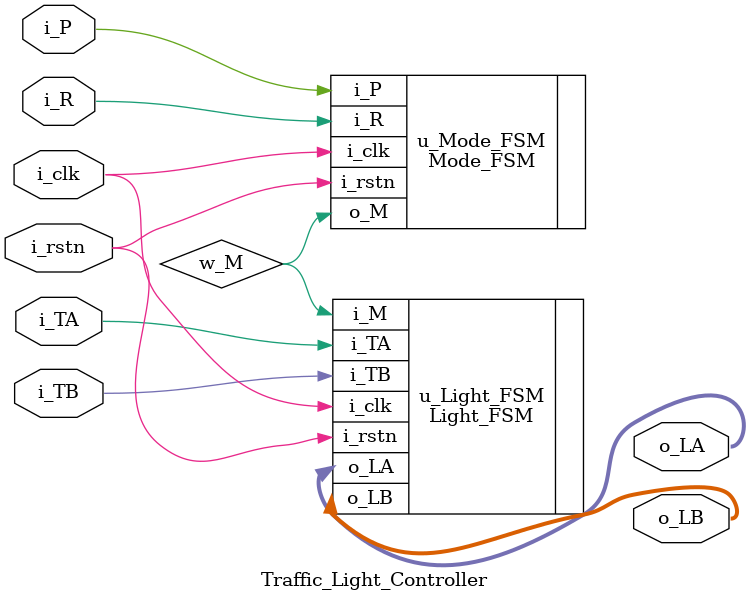
<source format=v>
`include "Mode_FSM.v"
`include "Light_FSM.v"


module Traffic_Light_Controller
(
    input       i_clk,
    input       i_rstn,
    input       i_P,
    input       i_R,
    input       i_TA,
    input       i_TB,
    output [1:0]		o_LA,
    output [1:0]		o_LB    
);
	
	wire		w_M;
	
	Mode_FSM
	u_Mode_FSM(
		.i_clk				(i_clk				),
		.i_rstn				(i_rstn				),
		.i_P				(i_P				),
		.i_R				(i_R				),
		.o_M				(w_M				)
	);

	Light_FSM
	u_Light_FSM(
		.i_clk				(i_clk				),
		.i_rstn				(i_rstn				),
		.i_M				(w_M				),
		.i_TA				(i_TA				),
		.i_TB				(i_TB				),
		.o_LA				(o_LA				),
		.o_LB				(o_LB				)
	);

endmodule

</source>
